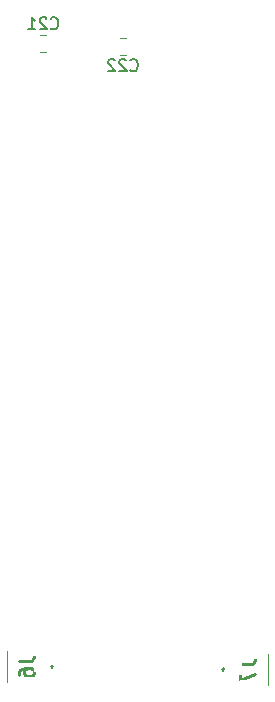
<source format=gbo>
G04 #@! TF.GenerationSoftware,KiCad,Pcbnew,(5.1.4)-1*
G04 #@! TF.CreationDate,2021-07-03T18:30:16-04:00*
G04 #@! TF.ProjectId,beefy_linear_mosfet,62656566-795f-46c6-996e-6561725f6d6f,rev?*
G04 #@! TF.SameCoordinates,Original*
G04 #@! TF.FileFunction,Legend,Bot*
G04 #@! TF.FilePolarity,Positive*
%FSLAX46Y46*%
G04 Gerber Fmt 4.6, Leading zero omitted, Abs format (unit mm)*
G04 Created by KiCad (PCBNEW (5.1.4)-1) date 2021-07-03 18:30:16*
%MOMM*%
%LPD*%
G04 APERTURE LIST*
%ADD10C,0.120000*%
%ADD11C,0.200000*%
%ADD12C,0.100000*%
%ADD13C,0.150000*%
%ADD14C,0.254000*%
%ADD15C,1.252000*%
%ADD16C,2.352000*%
%ADD17C,2.152000*%
%ADD18C,3.102000*%
%ADD19R,3.102000X3.102000*%
%ADD20O,1.802000X1.802000*%
%ADD21R,1.802000X1.802000*%
%ADD22R,2.302000X1.152000*%
%ADD23R,1.152000X1.102000*%
%ADD24C,2.102000*%
%ADD25R,2.102000X2.102000*%
%ADD26O,1.702000X1.702000*%
%ADD27C,1.702000*%
G04 APERTURE END LIST*
D10*
X44238748Y-28290000D02*
X44761252Y-28290000D01*
X44238748Y-29710000D02*
X44761252Y-29710000D01*
X38011252Y-29460000D02*
X37488748Y-29460000D01*
X38011252Y-28040000D02*
X37488748Y-28040000D01*
D11*
X53000000Y-81850000D02*
G75*
G03X53000000Y-81650000I0J100000D01*
G01*
X53000000Y-81650000D02*
G75*
G03X53000000Y-81850000I0J-100000D01*
G01*
X53000000Y-81650000D02*
X53000000Y-81650000D01*
X53000000Y-81850000D02*
X53000000Y-81850000D01*
D12*
X56800000Y-83050000D02*
X56800000Y-80450000D01*
D11*
X38500000Y-81400000D02*
G75*
G03X38500000Y-81600000I0J-100000D01*
G01*
X38500000Y-81600000D02*
G75*
G03X38500000Y-81400000I0J100000D01*
G01*
X38500000Y-81600000D02*
X38500000Y-81600000D01*
X38500000Y-81400000D02*
X38500000Y-81400000D01*
D12*
X34700000Y-80200000D02*
X34700000Y-82800000D01*
D13*
X45142857Y-31007142D02*
X45190476Y-31054761D01*
X45333333Y-31102380D01*
X45428571Y-31102380D01*
X45571428Y-31054761D01*
X45666666Y-30959523D01*
X45714285Y-30864285D01*
X45761904Y-30673809D01*
X45761904Y-30530952D01*
X45714285Y-30340476D01*
X45666666Y-30245238D01*
X45571428Y-30150000D01*
X45428571Y-30102380D01*
X45333333Y-30102380D01*
X45190476Y-30150000D01*
X45142857Y-30197619D01*
X44761904Y-30197619D02*
X44714285Y-30150000D01*
X44619047Y-30102380D01*
X44380952Y-30102380D01*
X44285714Y-30150000D01*
X44238095Y-30197619D01*
X44190476Y-30292857D01*
X44190476Y-30388095D01*
X44238095Y-30530952D01*
X44809523Y-31102380D01*
X44190476Y-31102380D01*
X43809523Y-30197619D02*
X43761904Y-30150000D01*
X43666666Y-30102380D01*
X43428571Y-30102380D01*
X43333333Y-30150000D01*
X43285714Y-30197619D01*
X43238095Y-30292857D01*
X43238095Y-30388095D01*
X43285714Y-30530952D01*
X43857142Y-31102380D01*
X43238095Y-31102380D01*
X38392857Y-27457142D02*
X38440476Y-27504761D01*
X38583333Y-27552380D01*
X38678571Y-27552380D01*
X38821428Y-27504761D01*
X38916666Y-27409523D01*
X38964285Y-27314285D01*
X39011904Y-27123809D01*
X39011904Y-26980952D01*
X38964285Y-26790476D01*
X38916666Y-26695238D01*
X38821428Y-26600000D01*
X38678571Y-26552380D01*
X38583333Y-26552380D01*
X38440476Y-26600000D01*
X38392857Y-26647619D01*
X38011904Y-26647619D02*
X37964285Y-26600000D01*
X37869047Y-26552380D01*
X37630952Y-26552380D01*
X37535714Y-26600000D01*
X37488095Y-26647619D01*
X37440476Y-26742857D01*
X37440476Y-26838095D01*
X37488095Y-26980952D01*
X38059523Y-27552380D01*
X37440476Y-27552380D01*
X36488095Y-27552380D02*
X37059523Y-27552380D01*
X36773809Y-27552380D02*
X36773809Y-26552380D01*
X36869047Y-26695238D01*
X36964285Y-26790476D01*
X37059523Y-26838095D01*
D14*
X54429523Y-81326666D02*
X55336666Y-81326666D01*
X55518095Y-81266190D01*
X55639047Y-81145238D01*
X55699523Y-80963809D01*
X55699523Y-80842857D01*
X54429523Y-81810476D02*
X54429523Y-82657142D01*
X55699523Y-82112857D01*
X35679523Y-81076666D02*
X36586666Y-81076666D01*
X36768095Y-81016190D01*
X36889047Y-80895238D01*
X36949523Y-80713809D01*
X36949523Y-80592857D01*
X35679523Y-82225714D02*
X35679523Y-81983809D01*
X35740000Y-81862857D01*
X35800476Y-81802380D01*
X35981904Y-81681428D01*
X36223809Y-81620952D01*
X36707619Y-81620952D01*
X36828571Y-81681428D01*
X36889047Y-81741904D01*
X36949523Y-81862857D01*
X36949523Y-82104761D01*
X36889047Y-82225714D01*
X36828571Y-82286190D01*
X36707619Y-82346666D01*
X36405238Y-82346666D01*
X36284285Y-82286190D01*
X36223809Y-82225714D01*
X36163333Y-82104761D01*
X36163333Y-81862857D01*
X36223809Y-81741904D01*
X36284285Y-81681428D01*
X36405238Y-81620952D01*
%LPC*%
D12*
G36*
X45905505Y-28250311D02*
G01*
X45931925Y-28254230D01*
X45957835Y-28260720D01*
X45982983Y-28269718D01*
X46007128Y-28281138D01*
X46030038Y-28294869D01*
X46051492Y-28310780D01*
X46071282Y-28328718D01*
X46089220Y-28348508D01*
X46105131Y-28369962D01*
X46118862Y-28392872D01*
X46130282Y-28417017D01*
X46139280Y-28442165D01*
X46145770Y-28468075D01*
X46149689Y-28494495D01*
X46151000Y-28521173D01*
X46151000Y-29478827D01*
X46149689Y-29505505D01*
X46145770Y-29531925D01*
X46139280Y-29557835D01*
X46130282Y-29582983D01*
X46118862Y-29607128D01*
X46105131Y-29630038D01*
X46089220Y-29651492D01*
X46071282Y-29671282D01*
X46051492Y-29689220D01*
X46030038Y-29705131D01*
X46007128Y-29718862D01*
X45982983Y-29730282D01*
X45957835Y-29739280D01*
X45931925Y-29745770D01*
X45905505Y-29749689D01*
X45878827Y-29751000D01*
X45171173Y-29751000D01*
X45144495Y-29749689D01*
X45118075Y-29745770D01*
X45092165Y-29739280D01*
X45067017Y-29730282D01*
X45042872Y-29718862D01*
X45019962Y-29705131D01*
X44998508Y-29689220D01*
X44978718Y-29671282D01*
X44960780Y-29651492D01*
X44944869Y-29630038D01*
X44931138Y-29607128D01*
X44919718Y-29582983D01*
X44910720Y-29557835D01*
X44904230Y-29531925D01*
X44900311Y-29505505D01*
X44899000Y-29478827D01*
X44899000Y-28521173D01*
X44900311Y-28494495D01*
X44904230Y-28468075D01*
X44910720Y-28442165D01*
X44919718Y-28417017D01*
X44931138Y-28392872D01*
X44944869Y-28369962D01*
X44960780Y-28348508D01*
X44978718Y-28328718D01*
X44998508Y-28310780D01*
X45019962Y-28294869D01*
X45042872Y-28281138D01*
X45067017Y-28269718D01*
X45092165Y-28260720D01*
X45118075Y-28254230D01*
X45144495Y-28250311D01*
X45171173Y-28249000D01*
X45878827Y-28249000D01*
X45905505Y-28250311D01*
X45905505Y-28250311D01*
G37*
D15*
X45525000Y-29000000D03*
D12*
G36*
X43855505Y-28250311D02*
G01*
X43881925Y-28254230D01*
X43907835Y-28260720D01*
X43932983Y-28269718D01*
X43957128Y-28281138D01*
X43980038Y-28294869D01*
X44001492Y-28310780D01*
X44021282Y-28328718D01*
X44039220Y-28348508D01*
X44055131Y-28369962D01*
X44068862Y-28392872D01*
X44080282Y-28417017D01*
X44089280Y-28442165D01*
X44095770Y-28468075D01*
X44099689Y-28494495D01*
X44101000Y-28521173D01*
X44101000Y-29478827D01*
X44099689Y-29505505D01*
X44095770Y-29531925D01*
X44089280Y-29557835D01*
X44080282Y-29582983D01*
X44068862Y-29607128D01*
X44055131Y-29630038D01*
X44039220Y-29651492D01*
X44021282Y-29671282D01*
X44001492Y-29689220D01*
X43980038Y-29705131D01*
X43957128Y-29718862D01*
X43932983Y-29730282D01*
X43907835Y-29739280D01*
X43881925Y-29745770D01*
X43855505Y-29749689D01*
X43828827Y-29751000D01*
X43121173Y-29751000D01*
X43094495Y-29749689D01*
X43068075Y-29745770D01*
X43042165Y-29739280D01*
X43017017Y-29730282D01*
X42992872Y-29718862D01*
X42969962Y-29705131D01*
X42948508Y-29689220D01*
X42928718Y-29671282D01*
X42910780Y-29651492D01*
X42894869Y-29630038D01*
X42881138Y-29607128D01*
X42869718Y-29582983D01*
X42860720Y-29557835D01*
X42854230Y-29531925D01*
X42850311Y-29505505D01*
X42849000Y-29478827D01*
X42849000Y-28521173D01*
X42850311Y-28494495D01*
X42854230Y-28468075D01*
X42860720Y-28442165D01*
X42869718Y-28417017D01*
X42881138Y-28392872D01*
X42894869Y-28369962D01*
X42910780Y-28348508D01*
X42928718Y-28328718D01*
X42948508Y-28310780D01*
X42969962Y-28294869D01*
X42992872Y-28281138D01*
X43017017Y-28269718D01*
X43042165Y-28260720D01*
X43068075Y-28254230D01*
X43094495Y-28250311D01*
X43121173Y-28249000D01*
X43828827Y-28249000D01*
X43855505Y-28250311D01*
X43855505Y-28250311D01*
G37*
D15*
X43475000Y-29000000D03*
D12*
G36*
X37105505Y-28000311D02*
G01*
X37131925Y-28004230D01*
X37157835Y-28010720D01*
X37182983Y-28019718D01*
X37207128Y-28031138D01*
X37230038Y-28044869D01*
X37251492Y-28060780D01*
X37271282Y-28078718D01*
X37289220Y-28098508D01*
X37305131Y-28119962D01*
X37318862Y-28142872D01*
X37330282Y-28167017D01*
X37339280Y-28192165D01*
X37345770Y-28218075D01*
X37349689Y-28244495D01*
X37351000Y-28271173D01*
X37351000Y-29228827D01*
X37349689Y-29255505D01*
X37345770Y-29281925D01*
X37339280Y-29307835D01*
X37330282Y-29332983D01*
X37318862Y-29357128D01*
X37305131Y-29380038D01*
X37289220Y-29401492D01*
X37271282Y-29421282D01*
X37251492Y-29439220D01*
X37230038Y-29455131D01*
X37207128Y-29468862D01*
X37182983Y-29480282D01*
X37157835Y-29489280D01*
X37131925Y-29495770D01*
X37105505Y-29499689D01*
X37078827Y-29501000D01*
X36371173Y-29501000D01*
X36344495Y-29499689D01*
X36318075Y-29495770D01*
X36292165Y-29489280D01*
X36267017Y-29480282D01*
X36242872Y-29468862D01*
X36219962Y-29455131D01*
X36198508Y-29439220D01*
X36178718Y-29421282D01*
X36160780Y-29401492D01*
X36144869Y-29380038D01*
X36131138Y-29357128D01*
X36119718Y-29332983D01*
X36110720Y-29307835D01*
X36104230Y-29281925D01*
X36100311Y-29255505D01*
X36099000Y-29228827D01*
X36099000Y-28271173D01*
X36100311Y-28244495D01*
X36104230Y-28218075D01*
X36110720Y-28192165D01*
X36119718Y-28167017D01*
X36131138Y-28142872D01*
X36144869Y-28119962D01*
X36160780Y-28098508D01*
X36178718Y-28078718D01*
X36198508Y-28060780D01*
X36219962Y-28044869D01*
X36242872Y-28031138D01*
X36267017Y-28019718D01*
X36292165Y-28010720D01*
X36318075Y-28004230D01*
X36344495Y-28000311D01*
X36371173Y-27999000D01*
X37078827Y-27999000D01*
X37105505Y-28000311D01*
X37105505Y-28000311D01*
G37*
D15*
X36725000Y-28750000D03*
D12*
G36*
X39155505Y-28000311D02*
G01*
X39181925Y-28004230D01*
X39207835Y-28010720D01*
X39232983Y-28019718D01*
X39257128Y-28031138D01*
X39280038Y-28044869D01*
X39301492Y-28060780D01*
X39321282Y-28078718D01*
X39339220Y-28098508D01*
X39355131Y-28119962D01*
X39368862Y-28142872D01*
X39380282Y-28167017D01*
X39389280Y-28192165D01*
X39395770Y-28218075D01*
X39399689Y-28244495D01*
X39401000Y-28271173D01*
X39401000Y-29228827D01*
X39399689Y-29255505D01*
X39395770Y-29281925D01*
X39389280Y-29307835D01*
X39380282Y-29332983D01*
X39368862Y-29357128D01*
X39355131Y-29380038D01*
X39339220Y-29401492D01*
X39321282Y-29421282D01*
X39301492Y-29439220D01*
X39280038Y-29455131D01*
X39257128Y-29468862D01*
X39232983Y-29480282D01*
X39207835Y-29489280D01*
X39181925Y-29495770D01*
X39155505Y-29499689D01*
X39128827Y-29501000D01*
X38421173Y-29501000D01*
X38394495Y-29499689D01*
X38368075Y-29495770D01*
X38342165Y-29489280D01*
X38317017Y-29480282D01*
X38292872Y-29468862D01*
X38269962Y-29455131D01*
X38248508Y-29439220D01*
X38228718Y-29421282D01*
X38210780Y-29401492D01*
X38194869Y-29380038D01*
X38181138Y-29357128D01*
X38169718Y-29332983D01*
X38160720Y-29307835D01*
X38154230Y-29281925D01*
X38150311Y-29255505D01*
X38149000Y-29228827D01*
X38149000Y-28271173D01*
X38150311Y-28244495D01*
X38154230Y-28218075D01*
X38160720Y-28192165D01*
X38169718Y-28167017D01*
X38181138Y-28142872D01*
X38194869Y-28119962D01*
X38210780Y-28098508D01*
X38228718Y-28078718D01*
X38248508Y-28060780D01*
X38269962Y-28044869D01*
X38292872Y-28031138D01*
X38317017Y-28019718D01*
X38342165Y-28010720D01*
X38368075Y-28004230D01*
X38394495Y-28000311D01*
X38421173Y-27999000D01*
X39128827Y-27999000D01*
X39155505Y-28000311D01*
X39155505Y-28000311D01*
G37*
D15*
X38775000Y-28750000D03*
D16*
X18210000Y-42040000D03*
X18210000Y-36960000D03*
X23290000Y-36960000D03*
X23290000Y-42040000D03*
D17*
X20750000Y-39500000D03*
D18*
X37670000Y-103750000D03*
D19*
X42750000Y-103750000D03*
D18*
X48420000Y-103750000D03*
D19*
X53500000Y-103750000D03*
D20*
X32580000Y-72000000D03*
X30040000Y-72000000D03*
D21*
X27500000Y-72000000D03*
D22*
X55500000Y-80275000D03*
X55500000Y-83225000D03*
D23*
X53975000Y-81750000D03*
D22*
X36000000Y-82975000D03*
X36000000Y-80025000D03*
D23*
X37525000Y-81500000D03*
D18*
X74000000Y-66830000D03*
D19*
X74000000Y-61750000D03*
D24*
X51000000Y-85500000D03*
D25*
X51000000Y-80500000D03*
D24*
X40000000Y-80750000D03*
D25*
X40000000Y-85750000D03*
D24*
X61000000Y-94000000D03*
D25*
X61000000Y-99000000D03*
D24*
X31000000Y-98000000D03*
D25*
X31000000Y-93000000D03*
D18*
X74000000Y-56320000D03*
X74000000Y-51240000D03*
D19*
X74000000Y-36000000D03*
D18*
X74000000Y-46160000D03*
X74000000Y-41080000D03*
D26*
X58250000Y-67450000D03*
D27*
X58250000Y-54750000D03*
D26*
X63500000Y-67450000D03*
D27*
X63500000Y-54750000D03*
D26*
X64200000Y-28500000D03*
D27*
X51500000Y-28500000D03*
D26*
X53050000Y-49500000D03*
D27*
X65750000Y-49500000D03*
D26*
X53050000Y-43750000D03*
D27*
X65750000Y-43750000D03*
D26*
X53050000Y-39750000D03*
D27*
X65750000Y-39750000D03*
D26*
X53050000Y-35750000D03*
D27*
X65750000Y-35750000D03*
D26*
X36300000Y-71000000D03*
D27*
X49000000Y-71000000D03*
D26*
X36300000Y-67000000D03*
D27*
X49000000Y-67000000D03*
D26*
X32200000Y-62750000D03*
D27*
X19500000Y-62750000D03*
D26*
X32200000Y-54000000D03*
D27*
X19500000Y-54000000D03*
D26*
X32200000Y-58500000D03*
D27*
X19500000Y-58500000D03*
D26*
X35050000Y-47500000D03*
D27*
X47750000Y-47500000D03*
D20*
X32500000Y-29920000D03*
X32500000Y-32460000D03*
D21*
X32500000Y-35000000D03*
D20*
X29170000Y-43000000D03*
X31710000Y-43000000D03*
D21*
X34250000Y-43000000D03*
D27*
X41750000Y-36500000D03*
X44250000Y-36500000D03*
M02*

</source>
